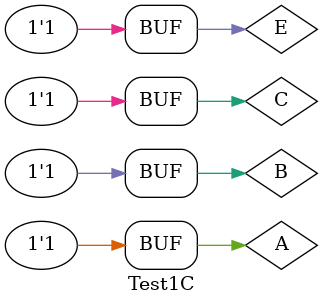
<source format=v>
`timescale 1ns / 1ps


module Test1C;

	// Inputs
	reg A;
	reg B;
	reg C;
	reg E;

	// Outputs
	wire D0;
	wire D1;
	wire D2;
	wire D3;
	wire D4;
	wire D5;
	wire D6;
	wire D7;

	// Instantiate the Unit Under Test (UUT)
	Module1C uut (
		.A(A), 
		.B(B), 
		.C(C), 
		.E(E), 
		.D0(D0), 
		.D1(D1), 
		.D2(D2), 
		.D3(D3), 
		.D4(D4), 
		.D5(D5), 
		.D6(D6), 
		.D7(D7)
	);

		initial begin
	E = 1;
	A = 0;
	B = 0;
	C = 0;
	#100
	$display("TC1");
	if(D0 != 1'b1)$display("Result is wrong");
	
	A = 0;
	B = 0;
	C = 1;
	#100
	$display("TC2");
	if(D1 != 1'b1)$display("Result is wrong");
	
	A = 0;
	B = 1;
	C = 0;
	#100
	$display("TC3");
	if(D2 != 1'b1)$display("Result is wrong");
	
	A = 0;
	B = 1;
	C = 1;
	#100
	$display("TC4");
	if(D3 != 1'b1)$display("Result is wrong");
	
	A = 1;
	B = 0;
	C = 0;
	#100
	$display("TC5");
	if(D4 != 1'b1)$display("Result is wrong");
	
	A = 1;
	B = 0;
	C = 1;
	#100
	$display("TC6");
	if(D5 != 1'b1)$display("Result is wrong");
	
	A = 1;
	B = 1;
	C = 0;
	#100
	$display("TC7");
	if(D6 != 1'b1)$display("Result is wrong");
	
	A = 1;
	B = 1;
	C = 1;
	#100
	$display("TC8");
	if(D7 != 1'b1)$display("Result is wrong");
	
end
	
	
      
endmodule


</source>
